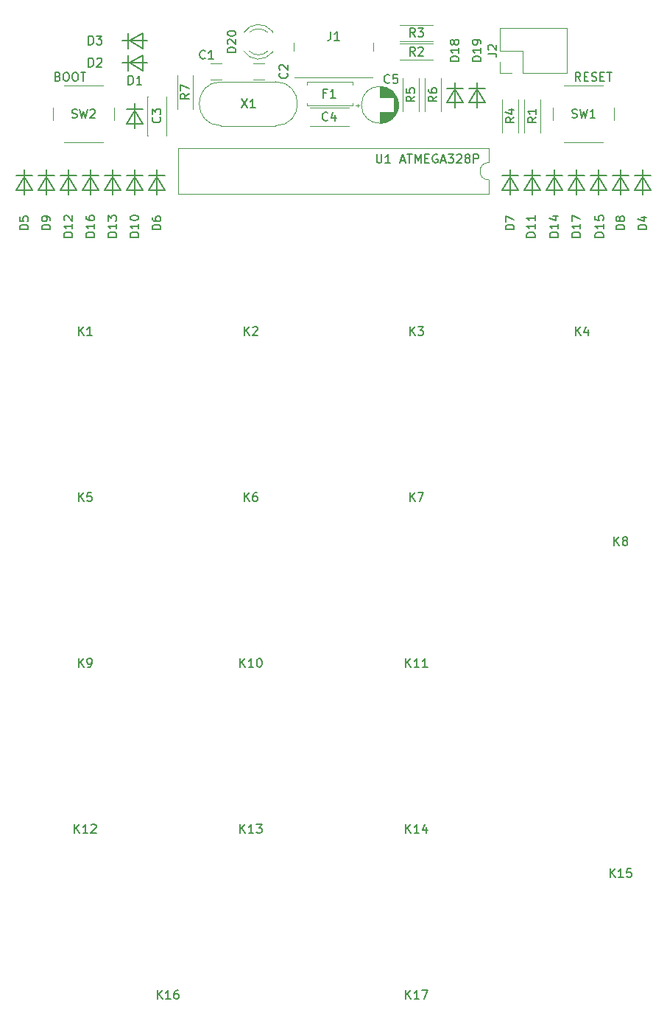
<source format=gto>
%TF.GenerationSoftware,KiCad,Pcbnew,(6.0.2)*%
%TF.CreationDate,2022-03-22T19:34:44-04:00*%
%TF.ProjectId,RYCpad_pcb,52594370-6164-45f7-9063-622e6b696361,rev?*%
%TF.SameCoordinates,Original*%
%TF.FileFunction,Legend,Top*%
%TF.FilePolarity,Positive*%
%FSLAX46Y46*%
G04 Gerber Fmt 4.6, Leading zero omitted, Abs format (unit mm)*
G04 Created by KiCad (PCBNEW (6.0.2)) date 2022-03-22 19:34:44*
%MOMM*%
%LPD*%
G01*
G04 APERTURE LIST*
%ADD10C,0.150000*%
%ADD11C,0.120000*%
%ADD12C,3.048000*%
%ADD13C,3.987800*%
%ADD14R,1.600000X1.600000*%
%ADD15O,1.600000X1.600000*%
%ADD16C,1.600000*%
%ADD17C,1.701800*%
%ADD18C,2.286000*%
%ADD19C,1.400000*%
%ADD20O,1.400000X1.400000*%
%ADD21C,4.400000*%
%ADD22C,2.000000*%
%ADD23R,1.700000X1.700000*%
%ADD24O,1.700000X1.700000*%
%ADD25O,0.650000X1.000000*%
%ADD26O,0.900000X2.400000*%
%ADD27O,0.900000X1.700000*%
%ADD28C,1.500000*%
%ADD29R,1.200000X1.200000*%
%ADD30C,1.200000*%
%ADD31R,1.800000X1.800000*%
%ADD32C,1.800000*%
G04 APERTURE END LIST*
D10*
X28392619Y52887619D02*
X28059285Y53363809D01*
X27821190Y52887619D02*
X27821190Y53887619D01*
X28202142Y53887619D01*
X28297380Y53840000D01*
X28345000Y53792380D01*
X28392619Y53697142D01*
X28392619Y53554285D01*
X28345000Y53459047D01*
X28297380Y53411428D01*
X28202142Y53363809D01*
X27821190Y53363809D01*
X28821190Y53411428D02*
X29154523Y53411428D01*
X29297380Y52887619D02*
X28821190Y52887619D01*
X28821190Y53887619D01*
X29297380Y53887619D01*
X29678333Y52935238D02*
X29821190Y52887619D01*
X30059285Y52887619D01*
X30154523Y52935238D01*
X30202142Y52982857D01*
X30249761Y53078095D01*
X30249761Y53173333D01*
X30202142Y53268571D01*
X30154523Y53316190D01*
X30059285Y53363809D01*
X29868809Y53411428D01*
X29773571Y53459047D01*
X29725952Y53506666D01*
X29678333Y53601904D01*
X29678333Y53697142D01*
X29725952Y53792380D01*
X29773571Y53840000D01*
X29868809Y53887619D01*
X30106904Y53887619D01*
X30249761Y53840000D01*
X30678333Y53411428D02*
X31011666Y53411428D01*
X31154523Y52887619D02*
X30678333Y52887619D01*
X30678333Y53887619D01*
X31154523Y53887619D01*
X31440238Y53887619D02*
X32011666Y53887619D01*
X31725952Y52887619D02*
X31725952Y53887619D01*
X-31710142Y53411428D02*
X-31567285Y53363809D01*
X-31519666Y53316190D01*
X-31472047Y53220952D01*
X-31472047Y53078095D01*
X-31519666Y52982857D01*
X-31567285Y52935238D01*
X-31662523Y52887619D01*
X-32043476Y52887619D01*
X-32043476Y53887619D01*
X-31710142Y53887619D01*
X-31614904Y53840000D01*
X-31567285Y53792380D01*
X-31519666Y53697142D01*
X-31519666Y53601904D01*
X-31567285Y53506666D01*
X-31614904Y53459047D01*
X-31710142Y53411428D01*
X-32043476Y53411428D01*
X-30853000Y53887619D02*
X-30662523Y53887619D01*
X-30567285Y53840000D01*
X-30472047Y53744761D01*
X-30424428Y53554285D01*
X-30424428Y53220952D01*
X-30472047Y53030476D01*
X-30567285Y52935238D01*
X-30662523Y52887619D01*
X-30853000Y52887619D01*
X-30948238Y52935238D01*
X-31043476Y53030476D01*
X-31091095Y53220952D01*
X-31091095Y53554285D01*
X-31043476Y53744761D01*
X-30948238Y53840000D01*
X-30853000Y53887619D01*
X-29805380Y53887619D02*
X-29614904Y53887619D01*
X-29519666Y53840000D01*
X-29424428Y53744761D01*
X-29376809Y53554285D01*
X-29376809Y53220952D01*
X-29424428Y53030476D01*
X-29519666Y52935238D01*
X-29614904Y52887619D01*
X-29805380Y52887619D01*
X-29900619Y52935238D01*
X-29995857Y53030476D01*
X-30043476Y53220952D01*
X-30043476Y53554285D01*
X-29995857Y53744761D01*
X-29900619Y53840000D01*
X-29805380Y53887619D01*
X-29091095Y53887619D02*
X-28519666Y53887619D01*
X-28805380Y52887619D02*
X-28805380Y53887619D01*
X7692000Y43775333D02*
X8168190Y43775333D01*
X7596761Y43489619D02*
X7930095Y44489619D01*
X8263428Y43489619D01*
X8453904Y44489619D02*
X9025333Y44489619D01*
X8739619Y43489619D02*
X8739619Y44489619D01*
X9358666Y43489619D02*
X9358666Y44489619D01*
X9692000Y43775333D01*
X10025333Y44489619D01*
X10025333Y43489619D01*
X10501523Y44013428D02*
X10834857Y44013428D01*
X10977714Y43489619D02*
X10501523Y43489619D01*
X10501523Y44489619D01*
X10977714Y44489619D01*
X11930095Y44442000D02*
X11834857Y44489619D01*
X11692000Y44489619D01*
X11549142Y44442000D01*
X11453904Y44346761D01*
X11406285Y44251523D01*
X11358666Y44061047D01*
X11358666Y43918190D01*
X11406285Y43727714D01*
X11453904Y43632476D01*
X11549142Y43537238D01*
X11692000Y43489619D01*
X11787238Y43489619D01*
X11930095Y43537238D01*
X11977714Y43584857D01*
X11977714Y43918190D01*
X11787238Y43918190D01*
X12358666Y43775333D02*
X12834857Y43775333D01*
X12263428Y43489619D02*
X12596761Y44489619D01*
X12930095Y43489619D01*
X13168190Y44489619D02*
X13787238Y44489619D01*
X13453904Y44108666D01*
X13596761Y44108666D01*
X13692000Y44061047D01*
X13739619Y44013428D01*
X13787238Y43918190D01*
X13787238Y43680095D01*
X13739619Y43584857D01*
X13692000Y43537238D01*
X13596761Y43489619D01*
X13311047Y43489619D01*
X13215809Y43537238D01*
X13168190Y43584857D01*
X14168190Y44394380D02*
X14215809Y44442000D01*
X14311047Y44489619D01*
X14549142Y44489619D01*
X14644380Y44442000D01*
X14692000Y44394380D01*
X14739619Y44299142D01*
X14739619Y44203904D01*
X14692000Y44061047D01*
X14120571Y43489619D01*
X14739619Y43489619D01*
X15311047Y44061047D02*
X15215809Y44108666D01*
X15168190Y44156285D01*
X15120571Y44251523D01*
X15120571Y44299142D01*
X15168190Y44394380D01*
X15215809Y44442000D01*
X15311047Y44489619D01*
X15501523Y44489619D01*
X15596761Y44442000D01*
X15644380Y44394380D01*
X15692000Y44299142D01*
X15692000Y44251523D01*
X15644380Y44156285D01*
X15596761Y44108666D01*
X15501523Y44061047D01*
X15311047Y44061047D01*
X15215809Y44013428D01*
X15168190Y43965809D01*
X15120571Y43870571D01*
X15120571Y43680095D01*
X15168190Y43584857D01*
X15215809Y43537238D01*
X15311047Y43489619D01*
X15501523Y43489619D01*
X15596761Y43537238D01*
X15644380Y43584857D01*
X15692000Y43680095D01*
X15692000Y43870571D01*
X15644380Y43965809D01*
X15596761Y44013428D01*
X15501523Y44061047D01*
X16120571Y43489619D02*
X16120571Y44489619D01*
X16501523Y44489619D01*
X16596761Y44442000D01*
X16644380Y44394380D01*
X16692000Y44299142D01*
X16692000Y44156285D01*
X16644380Y44061047D01*
X16596761Y44013428D01*
X16501523Y43965809D01*
X16120571Y43965809D01*
X4953095Y44489619D02*
X4953095Y43680095D01*
X5000714Y43584857D01*
X5048333Y43537238D01*
X5143571Y43489619D01*
X5334047Y43489619D01*
X5429285Y43537238D01*
X5476904Y43584857D01*
X5524523Y43680095D01*
X5524523Y44489619D01*
X6524523Y43489619D02*
X5953095Y43489619D01*
X6238809Y43489619D02*
X6238809Y44489619D01*
X6143571Y44346761D01*
X6048333Y44251523D01*
X5953095Y44203904D01*
X-23598095Y52506619D02*
X-23598095Y53506619D01*
X-23360000Y53506619D01*
X-23217142Y53459000D01*
X-23121904Y53363761D01*
X-23074285Y53268523D01*
X-23026666Y53078047D01*
X-23026666Y52935190D01*
X-23074285Y52744714D01*
X-23121904Y52649476D01*
X-23217142Y52554238D01*
X-23360000Y52506619D01*
X-23598095Y52506619D01*
X-22074285Y52506619D02*
X-22645714Y52506619D01*
X-22360000Y52506619D02*
X-22360000Y53506619D01*
X-22455238Y53363761D01*
X-22550476Y53268523D01*
X-22645714Y53220904D01*
X-28170095Y54538619D02*
X-28170095Y55538619D01*
X-27932000Y55538619D01*
X-27789142Y55491000D01*
X-27693904Y55395761D01*
X-27646285Y55300523D01*
X-27598666Y55110047D01*
X-27598666Y54967190D01*
X-27646285Y54776714D01*
X-27693904Y54681476D01*
X-27789142Y54586238D01*
X-27932000Y54538619D01*
X-28170095Y54538619D01*
X-27217714Y55443380D02*
X-27170095Y55491000D01*
X-27074857Y55538619D01*
X-26836761Y55538619D01*
X-26741523Y55491000D01*
X-26693904Y55443380D01*
X-26646285Y55348142D01*
X-26646285Y55252904D01*
X-26693904Y55110047D01*
X-27265333Y54538619D01*
X-26646285Y54538619D01*
X-28170095Y57078619D02*
X-28170095Y58078619D01*
X-27932000Y58078619D01*
X-27789142Y58031000D01*
X-27693904Y57935761D01*
X-27646285Y57840523D01*
X-27598666Y57650047D01*
X-27598666Y57507190D01*
X-27646285Y57316714D01*
X-27693904Y57221476D01*
X-27789142Y57126238D01*
X-27932000Y57078619D01*
X-28170095Y57078619D01*
X-27265333Y58078619D02*
X-26646285Y58078619D01*
X-26979619Y57697666D01*
X-26836761Y57697666D01*
X-26741523Y57650047D01*
X-26693904Y57602428D01*
X-26646285Y57507190D01*
X-26646285Y57269095D01*
X-26693904Y57173857D01*
X-26741523Y57126238D01*
X-26836761Y57078619D01*
X-27122476Y57078619D01*
X-27217714Y57126238D01*
X-27265333Y57173857D01*
X36012380Y35837904D02*
X35012380Y35837904D01*
X35012380Y36076000D01*
X35060000Y36218857D01*
X35155238Y36314095D01*
X35250476Y36361714D01*
X35440952Y36409333D01*
X35583809Y36409333D01*
X35774285Y36361714D01*
X35869523Y36314095D01*
X35964761Y36218857D01*
X36012380Y36076000D01*
X36012380Y35837904D01*
X35345714Y37266476D02*
X36012380Y37266476D01*
X34964761Y37028380D02*
X35679047Y36790285D01*
X35679047Y37409333D01*
X-35107619Y35837904D02*
X-36107619Y35837904D01*
X-36107619Y36076000D01*
X-36060000Y36218857D01*
X-35964761Y36314095D01*
X-35869523Y36361714D01*
X-35679047Y36409333D01*
X-35536190Y36409333D01*
X-35345714Y36361714D01*
X-35250476Y36314095D01*
X-35155238Y36218857D01*
X-35107619Y36076000D01*
X-35107619Y35837904D01*
X-36107619Y37314095D02*
X-36107619Y36837904D01*
X-35631428Y36790285D01*
X-35679047Y36837904D01*
X-35726666Y36933142D01*
X-35726666Y37171238D01*
X-35679047Y37266476D01*
X-35631428Y37314095D01*
X-35536190Y37361714D01*
X-35298095Y37361714D01*
X-35202857Y37314095D01*
X-35155238Y37266476D01*
X-35107619Y37171238D01*
X-35107619Y36933142D01*
X-35155238Y36837904D01*
X-35202857Y36790285D01*
X-19867619Y35837904D02*
X-20867619Y35837904D01*
X-20867619Y36076000D01*
X-20820000Y36218857D01*
X-20724761Y36314095D01*
X-20629523Y36361714D01*
X-20439047Y36409333D01*
X-20296190Y36409333D01*
X-20105714Y36361714D01*
X-20010476Y36314095D01*
X-19915238Y36218857D01*
X-19867619Y36076000D01*
X-19867619Y35837904D01*
X-20867619Y37266476D02*
X-20867619Y37076000D01*
X-20820000Y36980761D01*
X-20772380Y36933142D01*
X-20629523Y36837904D01*
X-20439047Y36790285D01*
X-20058095Y36790285D01*
X-19962857Y36837904D01*
X-19915238Y36885523D01*
X-19867619Y36980761D01*
X-19867619Y37171238D01*
X-19915238Y37266476D01*
X-19962857Y37314095D01*
X-20058095Y37361714D01*
X-20296190Y37361714D01*
X-20391428Y37314095D01*
X-20439047Y37266476D01*
X-20486666Y37171238D01*
X-20486666Y36980761D01*
X-20439047Y36885523D01*
X-20391428Y36837904D01*
X-20296190Y36790285D01*
X-22407619Y34980714D02*
X-23407619Y34980714D01*
X-23407619Y35218809D01*
X-23360000Y35361666D01*
X-23264761Y35456904D01*
X-23169523Y35504523D01*
X-22979047Y35552142D01*
X-22836190Y35552142D01*
X-22645714Y35504523D01*
X-22550476Y35456904D01*
X-22455238Y35361666D01*
X-22407619Y35218809D01*
X-22407619Y34980714D01*
X-22407619Y36504523D02*
X-22407619Y35933095D01*
X-22407619Y36218809D02*
X-23407619Y36218809D01*
X-23264761Y36123571D01*
X-23169523Y36028333D01*
X-23121904Y35933095D01*
X-23407619Y37123571D02*
X-23407619Y37218809D01*
X-23360000Y37314047D01*
X-23312380Y37361666D01*
X-23217142Y37409285D01*
X-23026666Y37456904D01*
X-22788571Y37456904D01*
X-22598095Y37409285D01*
X-22502857Y37361666D01*
X-22455238Y37314047D01*
X-22407619Y37218809D01*
X-22407619Y37123571D01*
X-22455238Y37028333D01*
X-22502857Y36980714D01*
X-22598095Y36933095D01*
X-22788571Y36885476D01*
X-23026666Y36885476D01*
X-23217142Y36933095D01*
X-23312380Y36980714D01*
X-23360000Y37028333D01*
X-23407619Y37123571D01*
X23185380Y34980714D02*
X22185380Y34980714D01*
X22185380Y35218809D01*
X22233000Y35361666D01*
X22328238Y35456904D01*
X22423476Y35504523D01*
X22613952Y35552142D01*
X22756809Y35552142D01*
X22947285Y35504523D01*
X23042523Y35456904D01*
X23137761Y35361666D01*
X23185380Y35218809D01*
X23185380Y34980714D01*
X23185380Y36504523D02*
X23185380Y35933095D01*
X23185380Y36218809D02*
X22185380Y36218809D01*
X22328238Y36123571D01*
X22423476Y36028333D01*
X22471095Y35933095D01*
X23185380Y37456904D02*
X23185380Y36885476D01*
X23185380Y37171190D02*
X22185380Y37171190D01*
X22328238Y37075952D01*
X22423476Y36980714D01*
X22471095Y36885476D01*
X-30027619Y34980714D02*
X-31027619Y34980714D01*
X-31027619Y35218809D01*
X-30980000Y35361666D01*
X-30884761Y35456904D01*
X-30789523Y35504523D01*
X-30599047Y35552142D01*
X-30456190Y35552142D01*
X-30265714Y35504523D01*
X-30170476Y35456904D01*
X-30075238Y35361666D01*
X-30027619Y35218809D01*
X-30027619Y34980714D01*
X-30027619Y36504523D02*
X-30027619Y35933095D01*
X-30027619Y36218809D02*
X-31027619Y36218809D01*
X-30884761Y36123571D01*
X-30789523Y36028333D01*
X-30741904Y35933095D01*
X-30932380Y36885476D02*
X-30980000Y36933095D01*
X-31027619Y37028333D01*
X-31027619Y37266428D01*
X-30980000Y37361666D01*
X-30932380Y37409285D01*
X-30837142Y37456904D01*
X-30741904Y37456904D01*
X-30599047Y37409285D01*
X-30027619Y36837857D01*
X-30027619Y37456904D01*
X-24947619Y34980714D02*
X-25947619Y34980714D01*
X-25947619Y35218809D01*
X-25900000Y35361666D01*
X-25804761Y35456904D01*
X-25709523Y35504523D01*
X-25519047Y35552142D01*
X-25376190Y35552142D01*
X-25185714Y35504523D01*
X-25090476Y35456904D01*
X-24995238Y35361666D01*
X-24947619Y35218809D01*
X-24947619Y34980714D01*
X-24947619Y36504523D02*
X-24947619Y35933095D01*
X-24947619Y36218809D02*
X-25947619Y36218809D01*
X-25804761Y36123571D01*
X-25709523Y36028333D01*
X-25661904Y35933095D01*
X-25947619Y36837857D02*
X-25947619Y37456904D01*
X-25566666Y37123571D01*
X-25566666Y37266428D01*
X-25519047Y37361666D01*
X-25471428Y37409285D01*
X-25376190Y37456904D01*
X-25138095Y37456904D01*
X-25042857Y37409285D01*
X-24995238Y37361666D01*
X-24947619Y37266428D01*
X-24947619Y36980714D01*
X-24995238Y36885476D01*
X-25042857Y36837857D01*
X25852380Y34980714D02*
X24852380Y34980714D01*
X24852380Y35218809D01*
X24900000Y35361666D01*
X24995238Y35456904D01*
X25090476Y35504523D01*
X25280952Y35552142D01*
X25423809Y35552142D01*
X25614285Y35504523D01*
X25709523Y35456904D01*
X25804761Y35361666D01*
X25852380Y35218809D01*
X25852380Y34980714D01*
X25852380Y36504523D02*
X25852380Y35933095D01*
X25852380Y36218809D02*
X24852380Y36218809D01*
X24995238Y36123571D01*
X25090476Y36028333D01*
X25138095Y35933095D01*
X25185714Y37361666D02*
X25852380Y37361666D01*
X24804761Y37123571D02*
X25519047Y36885476D01*
X25519047Y37504523D01*
X31059380Y34980714D02*
X30059380Y34980714D01*
X30059380Y35218809D01*
X30107000Y35361666D01*
X30202238Y35456904D01*
X30297476Y35504523D01*
X30487952Y35552142D01*
X30630809Y35552142D01*
X30821285Y35504523D01*
X30916523Y35456904D01*
X31011761Y35361666D01*
X31059380Y35218809D01*
X31059380Y34980714D01*
X31059380Y36504523D02*
X31059380Y35933095D01*
X31059380Y36218809D02*
X30059380Y36218809D01*
X30202238Y36123571D01*
X30297476Y36028333D01*
X30345095Y35933095D01*
X30059380Y37409285D02*
X30059380Y36933095D01*
X30535571Y36885476D01*
X30487952Y36933095D01*
X30440333Y37028333D01*
X30440333Y37266428D01*
X30487952Y37361666D01*
X30535571Y37409285D01*
X30630809Y37456904D01*
X30868904Y37456904D01*
X30964142Y37409285D01*
X31011761Y37361666D01*
X31059380Y37266428D01*
X31059380Y37028333D01*
X31011761Y36933095D01*
X30964142Y36885476D01*
X-27487619Y34980714D02*
X-28487619Y34980714D01*
X-28487619Y35218809D01*
X-28440000Y35361666D01*
X-28344761Y35456904D01*
X-28249523Y35504523D01*
X-28059047Y35552142D01*
X-27916190Y35552142D01*
X-27725714Y35504523D01*
X-27630476Y35456904D01*
X-27535238Y35361666D01*
X-27487619Y35218809D01*
X-27487619Y34980714D01*
X-27487619Y36504523D02*
X-27487619Y35933095D01*
X-27487619Y36218809D02*
X-28487619Y36218809D01*
X-28344761Y36123571D01*
X-28249523Y36028333D01*
X-28201904Y35933095D01*
X-28487619Y37361666D02*
X-28487619Y37171190D01*
X-28440000Y37075952D01*
X-28392380Y37028333D01*
X-28249523Y36933095D01*
X-28059047Y36885476D01*
X-27678095Y36885476D01*
X-27582857Y36933095D01*
X-27535238Y36980714D01*
X-27487619Y37075952D01*
X-27487619Y37266428D01*
X-27535238Y37361666D01*
X-27582857Y37409285D01*
X-27678095Y37456904D01*
X-27916190Y37456904D01*
X-28011428Y37409285D01*
X-28059047Y37361666D01*
X-28106666Y37266428D01*
X-28106666Y37075952D01*
X-28059047Y36980714D01*
X-28011428Y36933095D01*
X-27916190Y36885476D01*
X28392380Y34980714D02*
X27392380Y34980714D01*
X27392380Y35218809D01*
X27440000Y35361666D01*
X27535238Y35456904D01*
X27630476Y35504523D01*
X27820952Y35552142D01*
X27963809Y35552142D01*
X28154285Y35504523D01*
X28249523Y35456904D01*
X28344761Y35361666D01*
X28392380Y35218809D01*
X28392380Y34980714D01*
X28392380Y36504523D02*
X28392380Y35933095D01*
X28392380Y36218809D02*
X27392380Y36218809D01*
X27535238Y36123571D01*
X27630476Y36028333D01*
X27678095Y35933095D01*
X27392380Y36837857D02*
X27392380Y37504523D01*
X28392380Y37075952D01*
X-29313095Y23677619D02*
X-29313095Y24677619D01*
X-28741666Y23677619D02*
X-29170238Y24249047D01*
X-28741666Y24677619D02*
X-29313095Y24106190D01*
X-27789285Y23677619D02*
X-28360714Y23677619D01*
X-28075000Y23677619D02*
X-28075000Y24677619D01*
X-28170238Y24534761D01*
X-28265476Y24439523D01*
X-28360714Y24391904D01*
X-10263095Y23677619D02*
X-10263095Y24677619D01*
X-9691666Y23677619D02*
X-10120238Y24249047D01*
X-9691666Y24677619D02*
X-10263095Y24106190D01*
X-9310714Y24582380D02*
X-9263095Y24630000D01*
X-9167857Y24677619D01*
X-8929761Y24677619D01*
X-8834523Y24630000D01*
X-8786904Y24582380D01*
X-8739285Y24487142D01*
X-8739285Y24391904D01*
X-8786904Y24249047D01*
X-9358333Y23677619D01*
X-8739285Y23677619D01*
X8786904Y23677619D02*
X8786904Y24677619D01*
X9358333Y23677619D02*
X8929761Y24249047D01*
X9358333Y24677619D02*
X8786904Y24106190D01*
X9691666Y24677619D02*
X10310714Y24677619D01*
X9977380Y24296666D01*
X10120238Y24296666D01*
X10215476Y24249047D01*
X10263095Y24201428D01*
X10310714Y24106190D01*
X10310714Y23868095D01*
X10263095Y23772857D01*
X10215476Y23725238D01*
X10120238Y23677619D01*
X9834523Y23677619D01*
X9739285Y23725238D01*
X9691666Y23772857D01*
X27836904Y23677619D02*
X27836904Y24677619D01*
X28408333Y23677619D02*
X27979761Y24249047D01*
X28408333Y24677619D02*
X27836904Y24106190D01*
X29265476Y24344285D02*
X29265476Y23677619D01*
X29027380Y24725238D02*
X28789285Y24010952D01*
X29408333Y24010952D01*
X-29313095Y4627619D02*
X-29313095Y5627619D01*
X-28741666Y4627619D02*
X-29170238Y5199047D01*
X-28741666Y5627619D02*
X-29313095Y5056190D01*
X-27836904Y5627619D02*
X-28313095Y5627619D01*
X-28360714Y5151428D01*
X-28313095Y5199047D01*
X-28217857Y5246666D01*
X-27979761Y5246666D01*
X-27884523Y5199047D01*
X-27836904Y5151428D01*
X-27789285Y5056190D01*
X-27789285Y4818095D01*
X-27836904Y4722857D01*
X-27884523Y4675238D01*
X-27979761Y4627619D01*
X-28217857Y4627619D01*
X-28313095Y4675238D01*
X-28360714Y4722857D01*
X-10263095Y4627619D02*
X-10263095Y5627619D01*
X-9691666Y4627619D02*
X-10120238Y5199047D01*
X-9691666Y5627619D02*
X-10263095Y5056190D01*
X-8834523Y5627619D02*
X-9025000Y5627619D01*
X-9120238Y5580000D01*
X-9167857Y5532380D01*
X-9263095Y5389523D01*
X-9310714Y5199047D01*
X-9310714Y4818095D01*
X-9263095Y4722857D01*
X-9215476Y4675238D01*
X-9120238Y4627619D01*
X-8929761Y4627619D01*
X-8834523Y4675238D01*
X-8786904Y4722857D01*
X-8739285Y4818095D01*
X-8739285Y5056190D01*
X-8786904Y5151428D01*
X-8834523Y5199047D01*
X-8929761Y5246666D01*
X-9120238Y5246666D01*
X-9215476Y5199047D01*
X-9263095Y5151428D01*
X-9310714Y5056190D01*
X8786904Y4627619D02*
X8786904Y5627619D01*
X9358333Y4627619D02*
X8929761Y5199047D01*
X9358333Y5627619D02*
X8786904Y5056190D01*
X9691666Y5627619D02*
X10358333Y5627619D01*
X9929761Y4627619D01*
X32281904Y-452380D02*
X32281904Y547619D01*
X32853333Y-452380D02*
X32424761Y119047D01*
X32853333Y547619D02*
X32281904Y-23809D01*
X33424761Y119047D02*
X33329523Y166666D01*
X33281904Y214285D01*
X33234285Y309523D01*
X33234285Y357142D01*
X33281904Y452380D01*
X33329523Y500000D01*
X33424761Y547619D01*
X33615238Y547619D01*
X33710476Y500000D01*
X33758095Y452380D01*
X33805714Y357142D01*
X33805714Y309523D01*
X33758095Y214285D01*
X33710476Y166666D01*
X33615238Y119047D01*
X33424761Y119047D01*
X33329523Y71428D01*
X33281904Y23809D01*
X33234285Y-71428D01*
X33234285Y-261904D01*
X33281904Y-357142D01*
X33329523Y-404761D01*
X33424761Y-452380D01*
X33615238Y-452380D01*
X33710476Y-404761D01*
X33758095Y-357142D01*
X33805714Y-261904D01*
X33805714Y-71428D01*
X33758095Y23809D01*
X33710476Y71428D01*
X33615238Y119047D01*
X-29313095Y-14422380D02*
X-29313095Y-13422380D01*
X-28741666Y-14422380D02*
X-29170238Y-13850952D01*
X-28741666Y-13422380D02*
X-29313095Y-13993809D01*
X-28265476Y-14422380D02*
X-28075000Y-14422380D01*
X-27979761Y-14374761D01*
X-27932142Y-14327142D01*
X-27836904Y-14184285D01*
X-27789285Y-13993809D01*
X-27789285Y-13612857D01*
X-27836904Y-13517619D01*
X-27884523Y-13470000D01*
X-27979761Y-13422380D01*
X-28170238Y-13422380D01*
X-28265476Y-13470000D01*
X-28313095Y-13517619D01*
X-28360714Y-13612857D01*
X-28360714Y-13850952D01*
X-28313095Y-13946190D01*
X-28265476Y-13993809D01*
X-28170238Y-14041428D01*
X-27979761Y-14041428D01*
X-27884523Y-13993809D01*
X-27836904Y-13946190D01*
X-27789285Y-13850952D01*
X-10739285Y-14422380D02*
X-10739285Y-13422380D01*
X-10167857Y-14422380D02*
X-10596428Y-13850952D01*
X-10167857Y-13422380D02*
X-10739285Y-13993809D01*
X-9215476Y-14422380D02*
X-9786904Y-14422380D01*
X-9501190Y-14422380D02*
X-9501190Y-13422380D01*
X-9596428Y-13565238D01*
X-9691666Y-13660476D01*
X-9786904Y-13708095D01*
X-8596428Y-13422380D02*
X-8501190Y-13422380D01*
X-8405952Y-13470000D01*
X-8358333Y-13517619D01*
X-8310714Y-13612857D01*
X-8263095Y-13803333D01*
X-8263095Y-14041428D01*
X-8310714Y-14231904D01*
X-8358333Y-14327142D01*
X-8405952Y-14374761D01*
X-8501190Y-14422380D01*
X-8596428Y-14422380D01*
X-8691666Y-14374761D01*
X-8739285Y-14327142D01*
X-8786904Y-14231904D01*
X-8834523Y-14041428D01*
X-8834523Y-13803333D01*
X-8786904Y-13612857D01*
X-8739285Y-13517619D01*
X-8691666Y-13470000D01*
X-8596428Y-13422380D01*
X8310714Y-14422380D02*
X8310714Y-13422380D01*
X8882142Y-14422380D02*
X8453571Y-13850952D01*
X8882142Y-13422380D02*
X8310714Y-13993809D01*
X9834523Y-14422380D02*
X9263095Y-14422380D01*
X9548809Y-14422380D02*
X9548809Y-13422380D01*
X9453571Y-13565238D01*
X9358333Y-13660476D01*
X9263095Y-13708095D01*
X10786904Y-14422380D02*
X10215476Y-14422380D01*
X10501190Y-14422380D02*
X10501190Y-13422380D01*
X10405952Y-13565238D01*
X10310714Y-13660476D01*
X10215476Y-13708095D01*
X-29789285Y-33472380D02*
X-29789285Y-32472380D01*
X-29217857Y-33472380D02*
X-29646428Y-32900952D01*
X-29217857Y-32472380D02*
X-29789285Y-33043809D01*
X-28265476Y-33472380D02*
X-28836904Y-33472380D01*
X-28551190Y-33472380D02*
X-28551190Y-32472380D01*
X-28646428Y-32615238D01*
X-28741666Y-32710476D01*
X-28836904Y-32758095D01*
X-27884523Y-32567619D02*
X-27836904Y-32520000D01*
X-27741666Y-32472380D01*
X-27503571Y-32472380D01*
X-27408333Y-32520000D01*
X-27360714Y-32567619D01*
X-27313095Y-32662857D01*
X-27313095Y-32758095D01*
X-27360714Y-32900952D01*
X-27932142Y-33472380D01*
X-27313095Y-33472380D01*
X-10739285Y-33472380D02*
X-10739285Y-32472380D01*
X-10167857Y-33472380D02*
X-10596428Y-32900952D01*
X-10167857Y-32472380D02*
X-10739285Y-33043809D01*
X-9215476Y-33472380D02*
X-9786904Y-33472380D01*
X-9501190Y-33472380D02*
X-9501190Y-32472380D01*
X-9596428Y-32615238D01*
X-9691666Y-32710476D01*
X-9786904Y-32758095D01*
X-8882142Y-32472380D02*
X-8263095Y-32472380D01*
X-8596428Y-32853333D01*
X-8453571Y-32853333D01*
X-8358333Y-32900952D01*
X-8310714Y-32948571D01*
X-8263095Y-33043809D01*
X-8263095Y-33281904D01*
X-8310714Y-33377142D01*
X-8358333Y-33424761D01*
X-8453571Y-33472380D01*
X-8739285Y-33472380D01*
X-8834523Y-33424761D01*
X-8882142Y-33377142D01*
X8310714Y-33472380D02*
X8310714Y-32472380D01*
X8882142Y-33472380D02*
X8453571Y-32900952D01*
X8882142Y-32472380D02*
X8310714Y-33043809D01*
X9834523Y-33472380D02*
X9263095Y-33472380D01*
X9548809Y-33472380D02*
X9548809Y-32472380D01*
X9453571Y-32615238D01*
X9358333Y-32710476D01*
X9263095Y-32758095D01*
X10691666Y-32805714D02*
X10691666Y-33472380D01*
X10453571Y-32424761D02*
X10215476Y-33139047D01*
X10834523Y-33139047D01*
X31805714Y-38552380D02*
X31805714Y-37552380D01*
X32377142Y-38552380D02*
X31948571Y-37980952D01*
X32377142Y-37552380D02*
X31805714Y-38123809D01*
X33329523Y-38552380D02*
X32758095Y-38552380D01*
X33043809Y-38552380D02*
X33043809Y-37552380D01*
X32948571Y-37695238D01*
X32853333Y-37790476D01*
X32758095Y-37838095D01*
X34234285Y-37552380D02*
X33758095Y-37552380D01*
X33710476Y-38028571D01*
X33758095Y-37980952D01*
X33853333Y-37933333D01*
X34091428Y-37933333D01*
X34186666Y-37980952D01*
X34234285Y-38028571D01*
X34281904Y-38123809D01*
X34281904Y-38361904D01*
X34234285Y-38457142D01*
X34186666Y-38504761D01*
X34091428Y-38552380D01*
X33853333Y-38552380D01*
X33758095Y-38504761D01*
X33710476Y-38457142D01*
X-20264285Y-52522380D02*
X-20264285Y-51522380D01*
X-19692857Y-52522380D02*
X-20121428Y-51950952D01*
X-19692857Y-51522380D02*
X-20264285Y-52093809D01*
X-18740476Y-52522380D02*
X-19311904Y-52522380D01*
X-19026190Y-52522380D02*
X-19026190Y-51522380D01*
X-19121428Y-51665238D01*
X-19216666Y-51760476D01*
X-19311904Y-51808095D01*
X-17883333Y-51522380D02*
X-18073809Y-51522380D01*
X-18169047Y-51570000D01*
X-18216666Y-51617619D01*
X-18311904Y-51760476D01*
X-18359523Y-51950952D01*
X-18359523Y-52331904D01*
X-18311904Y-52427142D01*
X-18264285Y-52474761D01*
X-18169047Y-52522380D01*
X-17978571Y-52522380D01*
X-17883333Y-52474761D01*
X-17835714Y-52427142D01*
X-17788095Y-52331904D01*
X-17788095Y-52093809D01*
X-17835714Y-51998571D01*
X-17883333Y-51950952D01*
X-17978571Y-51903333D01*
X-18169047Y-51903333D01*
X-18264285Y-51950952D01*
X-18311904Y-51998571D01*
X-18359523Y-52093809D01*
X8310714Y-52522380D02*
X8310714Y-51522380D01*
X8882142Y-52522380D02*
X8453571Y-51950952D01*
X8882142Y-51522380D02*
X8310714Y-52093809D01*
X9834523Y-52522380D02*
X9263095Y-52522380D01*
X9548809Y-52522380D02*
X9548809Y-51522380D01*
X9453571Y-51665238D01*
X9358333Y-51760476D01*
X9263095Y-51808095D01*
X10167857Y-51522380D02*
X10834523Y-51522380D01*
X10405952Y-52522380D01*
X23312380Y48728333D02*
X22836190Y48395000D01*
X23312380Y48156904D02*
X22312380Y48156904D01*
X22312380Y48537857D01*
X22360000Y48633095D01*
X22407619Y48680714D01*
X22502857Y48728333D01*
X22645714Y48728333D01*
X22740952Y48680714D01*
X22788571Y48633095D01*
X22836190Y48537857D01*
X22836190Y48156904D01*
X23312380Y49680714D02*
X23312380Y49109285D01*
X23312380Y49395000D02*
X22312380Y49395000D01*
X22455238Y49299761D01*
X22550476Y49204523D01*
X22598095Y49109285D01*
X9358333Y55808619D02*
X9025000Y56284809D01*
X8786904Y55808619D02*
X8786904Y56808619D01*
X9167857Y56808619D01*
X9263095Y56761000D01*
X9310714Y56713380D01*
X9358333Y56618142D01*
X9358333Y56475285D01*
X9310714Y56380047D01*
X9263095Y56332428D01*
X9167857Y56284809D01*
X8786904Y56284809D01*
X9739285Y56713380D02*
X9786904Y56761000D01*
X9882142Y56808619D01*
X10120238Y56808619D01*
X10215476Y56761000D01*
X10263095Y56713380D01*
X10310714Y56618142D01*
X10310714Y56522904D01*
X10263095Y56380047D01*
X9691666Y55808619D01*
X10310714Y55808619D01*
X9358333Y57967619D02*
X9025000Y58443809D01*
X8786904Y57967619D02*
X8786904Y58967619D01*
X9167857Y58967619D01*
X9263095Y58920000D01*
X9310714Y58872380D01*
X9358333Y58777142D01*
X9358333Y58634285D01*
X9310714Y58539047D01*
X9263095Y58491428D01*
X9167857Y58443809D01*
X8786904Y58443809D01*
X9691666Y58967619D02*
X10310714Y58967619D01*
X9977380Y58586666D01*
X10120238Y58586666D01*
X10215476Y58539047D01*
X10263095Y58491428D01*
X10310714Y58396190D01*
X10310714Y58158095D01*
X10263095Y58062857D01*
X10215476Y58015238D01*
X10120238Y57967619D01*
X9834523Y57967619D01*
X9739285Y58015238D01*
X9691666Y58062857D01*
X20772380Y48728333D02*
X20296190Y48395000D01*
X20772380Y48156904D02*
X19772380Y48156904D01*
X19772380Y48537857D01*
X19820000Y48633095D01*
X19867619Y48680714D01*
X19962857Y48728333D01*
X20105714Y48728333D01*
X20200952Y48680714D01*
X20248571Y48633095D01*
X20296190Y48537857D01*
X20296190Y48156904D01*
X20105714Y49585476D02*
X20772380Y49585476D01*
X19724761Y49347380D02*
X20439047Y49109285D01*
X20439047Y49728333D01*
X11882380Y51141333D02*
X11406190Y50808000D01*
X11882380Y50569904D02*
X10882380Y50569904D01*
X10882380Y50950857D01*
X10930000Y51046095D01*
X10977619Y51093714D01*
X11072857Y51141333D01*
X11215714Y51141333D01*
X11310952Y51093714D01*
X11358571Y51046095D01*
X11406190Y50950857D01*
X11406190Y50569904D01*
X10882380Y51998476D02*
X10882380Y51808000D01*
X10930000Y51712761D01*
X10977619Y51665142D01*
X11120476Y51569904D01*
X11310952Y51522285D01*
X11691904Y51522285D01*
X11787142Y51569904D01*
X11834761Y51617523D01*
X11882380Y51712761D01*
X11882380Y51903238D01*
X11834761Y51998476D01*
X11787142Y52046095D01*
X11691904Y52093714D01*
X11453809Y52093714D01*
X11358571Y52046095D01*
X11310952Y51998476D01*
X11263333Y51903238D01*
X11263333Y51712761D01*
X11310952Y51617523D01*
X11358571Y51569904D01*
X11453809Y51522285D01*
X14422380Y55173714D02*
X13422380Y55173714D01*
X13422380Y55411809D01*
X13470000Y55554666D01*
X13565238Y55649904D01*
X13660476Y55697523D01*
X13850952Y55745142D01*
X13993809Y55745142D01*
X14184285Y55697523D01*
X14279523Y55649904D01*
X14374761Y55554666D01*
X14422380Y55411809D01*
X14422380Y55173714D01*
X14422380Y56697523D02*
X14422380Y56126095D01*
X14422380Y56411809D02*
X13422380Y56411809D01*
X13565238Y56316571D01*
X13660476Y56221333D01*
X13708095Y56126095D01*
X13850952Y57268952D02*
X13803333Y57173714D01*
X13755714Y57126095D01*
X13660476Y57078476D01*
X13612857Y57078476D01*
X13517619Y57126095D01*
X13470000Y57173714D01*
X13422380Y57268952D01*
X13422380Y57459428D01*
X13470000Y57554666D01*
X13517619Y57602285D01*
X13612857Y57649904D01*
X13660476Y57649904D01*
X13755714Y57602285D01*
X13803333Y57554666D01*
X13850952Y57459428D01*
X13850952Y57268952D01*
X13898571Y57173714D01*
X13946190Y57126095D01*
X14041428Y57078476D01*
X14231904Y57078476D01*
X14327142Y57126095D01*
X14374761Y57173714D01*
X14422380Y57268952D01*
X14422380Y57459428D01*
X14374761Y57554666D01*
X14327142Y57602285D01*
X14231904Y57649904D01*
X14041428Y57649904D01*
X13946190Y57602285D01*
X13898571Y57554666D01*
X13850952Y57459428D01*
X-30086133Y48718838D02*
X-29943276Y48671219D01*
X-29705180Y48671219D01*
X-29609942Y48718838D01*
X-29562323Y48766457D01*
X-29514704Y48861695D01*
X-29514704Y48956933D01*
X-29562323Y49052171D01*
X-29609942Y49099790D01*
X-29705180Y49147409D01*
X-29895657Y49195028D01*
X-29990895Y49242647D01*
X-30038514Y49290266D01*
X-30086133Y49385504D01*
X-30086133Y49480742D01*
X-30038514Y49575980D01*
X-29990895Y49623600D01*
X-29895657Y49671219D01*
X-29657561Y49671219D01*
X-29514704Y49623600D01*
X-29181371Y49671219D02*
X-28943276Y48671219D01*
X-28752800Y49385504D01*
X-28562323Y48671219D01*
X-28324228Y49671219D01*
X-27990895Y49575980D02*
X-27943276Y49623600D01*
X-27848038Y49671219D01*
X-27609942Y49671219D01*
X-27514704Y49623600D01*
X-27467085Y49575980D01*
X-27419466Y49480742D01*
X-27419466Y49385504D01*
X-27467085Y49242647D01*
X-28038514Y48671219D01*
X-27419466Y48671219D01*
X20772380Y35837904D02*
X19772380Y35837904D01*
X19772380Y36076000D01*
X19820000Y36218857D01*
X19915238Y36314095D01*
X20010476Y36361714D01*
X20200952Y36409333D01*
X20343809Y36409333D01*
X20534285Y36361714D01*
X20629523Y36314095D01*
X20724761Y36218857D01*
X20772380Y36076000D01*
X20772380Y35837904D01*
X19772380Y36742666D02*
X19772380Y37409333D01*
X20772380Y36980761D01*
X-19962857Y48728333D02*
X-19915238Y48680714D01*
X-19867619Y48537857D01*
X-19867619Y48442619D01*
X-19915238Y48299761D01*
X-20010476Y48204523D01*
X-20105714Y48156904D01*
X-20296190Y48109285D01*
X-20439047Y48109285D01*
X-20629523Y48156904D01*
X-20724761Y48204523D01*
X-20820000Y48299761D01*
X-20867619Y48442619D01*
X-20867619Y48537857D01*
X-20820000Y48680714D01*
X-20772380Y48728333D01*
X-20867619Y49061666D02*
X-20867619Y49680714D01*
X-20486666Y49347380D01*
X-20486666Y49490238D01*
X-20439047Y49585476D01*
X-20391428Y49633095D01*
X-20296190Y49680714D01*
X-20058095Y49680714D01*
X-19962857Y49633095D01*
X-19915238Y49585476D01*
X-19867619Y49490238D01*
X-19867619Y49204523D01*
X-19915238Y49109285D01*
X-19962857Y49061666D01*
X17740380Y56054666D02*
X18454666Y56054666D01*
X18597523Y56007047D01*
X18692761Y55911809D01*
X18740380Y55768952D01*
X18740380Y55673714D01*
X17835619Y56483238D02*
X17788000Y56530857D01*
X17740380Y56626095D01*
X17740380Y56864190D01*
X17788000Y56959428D01*
X17835619Y57007047D01*
X17930857Y57054666D01*
X18026095Y57054666D01*
X18168952Y57007047D01*
X18740380Y56435619D01*
X18740380Y57054666D01*
X-333333Y58586619D02*
X-333333Y57872333D01*
X-380952Y57729476D01*
X-476190Y57634238D01*
X-619047Y57586619D01*
X-714285Y57586619D01*
X666666Y57586619D02*
X95238Y57586619D01*
X380952Y57586619D02*
X380952Y58586619D01*
X285714Y58443761D01*
X190476Y58348523D01*
X95238Y58300904D01*
X16962380Y55173714D02*
X15962380Y55173714D01*
X15962380Y55411809D01*
X16010000Y55554666D01*
X16105238Y55649904D01*
X16200476Y55697523D01*
X16390952Y55745142D01*
X16533809Y55745142D01*
X16724285Y55697523D01*
X16819523Y55649904D01*
X16914761Y55554666D01*
X16962380Y55411809D01*
X16962380Y55173714D01*
X16962380Y56697523D02*
X16962380Y56126095D01*
X16962380Y56411809D02*
X15962380Y56411809D01*
X16105238Y56316571D01*
X16200476Y56221333D01*
X16248095Y56126095D01*
X16962380Y57173714D02*
X16962380Y57364190D01*
X16914761Y57459428D01*
X16867142Y57507047D01*
X16724285Y57602285D01*
X16533809Y57649904D01*
X16152857Y57649904D01*
X16057619Y57602285D01*
X16010000Y57554666D01*
X15962380Y57459428D01*
X15962380Y57268952D01*
X16010000Y57173714D01*
X16057619Y57126095D01*
X16152857Y57078476D01*
X16390952Y57078476D01*
X16486190Y57126095D01*
X16533809Y57173714D01*
X16581428Y57268952D01*
X16581428Y57459428D01*
X16533809Y57554666D01*
X16486190Y57602285D01*
X16390952Y57649904D01*
X33472380Y35837904D02*
X32472380Y35837904D01*
X32472380Y36076000D01*
X32520000Y36218857D01*
X32615238Y36314095D01*
X32710476Y36361714D01*
X32900952Y36409333D01*
X33043809Y36409333D01*
X33234285Y36361714D01*
X33329523Y36314095D01*
X33424761Y36218857D01*
X33472380Y36076000D01*
X33472380Y35837904D01*
X32900952Y36980761D02*
X32853333Y36885523D01*
X32805714Y36837904D01*
X32710476Y36790285D01*
X32662857Y36790285D01*
X32567619Y36837904D01*
X32520000Y36885523D01*
X32472380Y36980761D01*
X32472380Y37171238D01*
X32520000Y37266476D01*
X32567619Y37314095D01*
X32662857Y37361714D01*
X32710476Y37361714D01*
X32805714Y37314095D01*
X32853333Y37266476D01*
X32900952Y37171238D01*
X32900952Y36980761D01*
X32948571Y36885523D01*
X32996190Y36837904D01*
X33091428Y36790285D01*
X33281904Y36790285D01*
X33377142Y36837904D01*
X33424761Y36885523D01*
X33472380Y36980761D01*
X33472380Y37171238D01*
X33424761Y37266476D01*
X33377142Y37314095D01*
X33281904Y37361714D01*
X33091428Y37361714D01*
X32996190Y37314095D01*
X32948571Y37266476D01*
X32900952Y37171238D01*
X9342380Y51141333D02*
X8866190Y50808000D01*
X9342380Y50569904D02*
X8342380Y50569904D01*
X8342380Y50950857D01*
X8390000Y51046095D01*
X8437619Y51093714D01*
X8532857Y51141333D01*
X8675714Y51141333D01*
X8770952Y51093714D01*
X8818571Y51046095D01*
X8866190Y50950857D01*
X8866190Y50569904D01*
X8342380Y52046095D02*
X8342380Y51569904D01*
X8818571Y51522285D01*
X8770952Y51569904D01*
X8723333Y51665142D01*
X8723333Y51903238D01*
X8770952Y51998476D01*
X8818571Y52046095D01*
X8913809Y52093714D01*
X9151904Y52093714D01*
X9247142Y52046095D01*
X9294761Y51998476D01*
X9342380Y51903238D01*
X9342380Y51665142D01*
X9294761Y51569904D01*
X9247142Y51522285D01*
X-32567619Y35837904D02*
X-33567619Y35837904D01*
X-33567619Y36076000D01*
X-33520000Y36218857D01*
X-33424761Y36314095D01*
X-33329523Y36361714D01*
X-33139047Y36409333D01*
X-32996190Y36409333D01*
X-32805714Y36361714D01*
X-32710476Y36314095D01*
X-32615238Y36218857D01*
X-32567619Y36076000D01*
X-32567619Y35837904D01*
X-32567619Y36885523D02*
X-32567619Y37076000D01*
X-32615238Y37171238D01*
X-32662857Y37218857D01*
X-32805714Y37314095D01*
X-32996190Y37361714D01*
X-33377142Y37361714D01*
X-33472380Y37314095D01*
X-33520000Y37266476D01*
X-33567619Y37171238D01*
X-33567619Y36980761D01*
X-33520000Y36885523D01*
X-33472380Y36837904D01*
X-33377142Y36790285D01*
X-33139047Y36790285D01*
X-33043809Y36837904D01*
X-32996190Y36885523D01*
X-32948571Y36980761D01*
X-32948571Y37171238D01*
X-32996190Y37266476D01*
X-33043809Y37314095D01*
X-33139047Y37361714D01*
X27419466Y48718838D02*
X27562323Y48671219D01*
X27800419Y48671219D01*
X27895657Y48718838D01*
X27943276Y48766457D01*
X27990895Y48861695D01*
X27990895Y48956933D01*
X27943276Y49052171D01*
X27895657Y49099790D01*
X27800419Y49147409D01*
X27609942Y49195028D01*
X27514704Y49242647D01*
X27467085Y49290266D01*
X27419466Y49385504D01*
X27419466Y49480742D01*
X27467085Y49575980D01*
X27514704Y49623600D01*
X27609942Y49671219D01*
X27848038Y49671219D01*
X27990895Y49623600D01*
X28324228Y49671219D02*
X28562323Y48671219D01*
X28752800Y49385504D01*
X28943276Y48671219D01*
X29181371Y49671219D01*
X30086133Y48671219D02*
X29514704Y48671219D01*
X29800419Y48671219D02*
X29800419Y49671219D01*
X29705180Y49528361D01*
X29609942Y49433123D01*
X29514704Y49385504D01*
X-16617619Y51446133D02*
X-17093809Y51112800D01*
X-16617619Y50874704D02*
X-17617619Y50874704D01*
X-17617619Y51255657D01*
X-17570000Y51350895D01*
X-17522380Y51398514D01*
X-17427142Y51446133D01*
X-17284285Y51446133D01*
X-17189047Y51398514D01*
X-17141428Y51350895D01*
X-17093809Y51255657D01*
X-17093809Y50874704D01*
X-17617619Y51779466D02*
X-17617619Y52446133D01*
X-16617619Y52017561D01*
X-10588523Y50839619D02*
X-9921857Y49839619D01*
X-9921857Y50839619D02*
X-10588523Y49839619D01*
X-9017095Y49839619D02*
X-9588523Y49839619D01*
X-9302809Y49839619D02*
X-9302809Y50839619D01*
X-9398047Y50696761D01*
X-9493285Y50601523D01*
X-9588523Y50553904D01*
X-14771666Y55522857D02*
X-14819285Y55475238D01*
X-14962142Y55427619D01*
X-15057380Y55427619D01*
X-15200238Y55475238D01*
X-15295476Y55570476D01*
X-15343095Y55665714D01*
X-15390714Y55856190D01*
X-15390714Y55999047D01*
X-15343095Y56189523D01*
X-15295476Y56284761D01*
X-15200238Y56380000D01*
X-15057380Y56427619D01*
X-14962142Y56427619D01*
X-14819285Y56380000D01*
X-14771666Y56332380D01*
X-13819285Y55427619D02*
X-14390714Y55427619D01*
X-14105000Y55427619D02*
X-14105000Y56427619D01*
X-14200238Y56284761D01*
X-14295476Y56189523D01*
X-14390714Y56141904D01*
X6437333Y52728857D02*
X6389714Y52681238D01*
X6246857Y52633619D01*
X6151619Y52633619D01*
X6008761Y52681238D01*
X5913523Y52776476D01*
X5865904Y52871714D01*
X5818285Y53062190D01*
X5818285Y53205047D01*
X5865904Y53395523D01*
X5913523Y53490761D01*
X6008761Y53586000D01*
X6151619Y53633619D01*
X6246857Y53633619D01*
X6389714Y53586000D01*
X6437333Y53538380D01*
X7342095Y53633619D02*
X6865904Y53633619D01*
X6818285Y53157428D01*
X6865904Y53205047D01*
X6961142Y53252666D01*
X7199238Y53252666D01*
X7294476Y53205047D01*
X7342095Y53157428D01*
X7389714Y53062190D01*
X7389714Y52824095D01*
X7342095Y52728857D01*
X7294476Y52681238D01*
X7199238Y52633619D01*
X6961142Y52633619D01*
X6865904Y52681238D01*
X6818285Y52728857D01*
X-841333Y51506428D02*
X-1174666Y51506428D01*
X-1174666Y50982619D02*
X-1174666Y51982619D01*
X-698476Y51982619D01*
X206285Y50982619D02*
X-365142Y50982619D01*
X-79428Y50982619D02*
X-79428Y51982619D01*
X-174666Y51839761D01*
X-269904Y51744523D01*
X-365142Y51696904D01*
X-674666Y48410857D02*
X-722285Y48363238D01*
X-865142Y48315619D01*
X-960380Y48315619D01*
X-1103238Y48363238D01*
X-1198476Y48458476D01*
X-1246095Y48553714D01*
X-1293714Y48744190D01*
X-1293714Y48887047D01*
X-1246095Y49077523D01*
X-1198476Y49172761D01*
X-1103238Y49268000D01*
X-960380Y49315619D01*
X-865142Y49315619D01*
X-722285Y49268000D01*
X-674666Y49220380D01*
X182476Y48982285D02*
X182476Y48315619D01*
X-55619Y49363238D02*
X-293714Y48648952D01*
X325333Y48648952D01*
X-5357857Y53808333D02*
X-5310238Y53760714D01*
X-5262619Y53617857D01*
X-5262619Y53522619D01*
X-5310238Y53379761D01*
X-5405476Y53284523D01*
X-5500714Y53236904D01*
X-5691190Y53189285D01*
X-5834047Y53189285D01*
X-6024523Y53236904D01*
X-6119761Y53284523D01*
X-6215000Y53379761D01*
X-6262619Y53522619D01*
X-6262619Y53617857D01*
X-6215000Y53760714D01*
X-6167380Y53808333D01*
X-6167380Y54189285D02*
X-6215000Y54236904D01*
X-6262619Y54332142D01*
X-6262619Y54570238D01*
X-6215000Y54665476D01*
X-6167380Y54713095D01*
X-6072142Y54760714D01*
X-5976904Y54760714D01*
X-5834047Y54713095D01*
X-5262619Y54141666D01*
X-5262619Y54760714D01*
X-11236619Y56189714D02*
X-12236619Y56189714D01*
X-12236619Y56427809D01*
X-12189000Y56570666D01*
X-12093761Y56665904D01*
X-11998523Y56713523D01*
X-11808047Y56761142D01*
X-11665190Y56761142D01*
X-11474714Y56713523D01*
X-11379476Y56665904D01*
X-11284238Y56570666D01*
X-11236619Y56427809D01*
X-11236619Y56189714D01*
X-12141380Y57142095D02*
X-12189000Y57189714D01*
X-12236619Y57284952D01*
X-12236619Y57523047D01*
X-12189000Y57618285D01*
X-12141380Y57665904D01*
X-12046142Y57713523D01*
X-11950904Y57713523D01*
X-11808047Y57665904D01*
X-11236619Y57094476D01*
X-11236619Y57713523D01*
X-12236619Y58332571D02*
X-12236619Y58427809D01*
X-12189000Y58523047D01*
X-12141380Y58570666D01*
X-12046142Y58618285D01*
X-11855666Y58665904D01*
X-11617571Y58665904D01*
X-11427095Y58618285D01*
X-11331857Y58570666D01*
X-11284238Y58523047D01*
X-11236619Y58427809D01*
X-11236619Y58332571D01*
X-11284238Y58237333D01*
X-11331857Y58189714D01*
X-11427095Y58142095D01*
X-11617571Y58094476D01*
X-11855666Y58094476D01*
X-12046142Y58142095D01*
X-12141380Y58189714D01*
X-12189000Y58237333D01*
X-12236619Y58332571D01*
D11*
X-17840000Y39895000D02*
X17840000Y39895000D01*
X17840000Y43545000D02*
X17840000Y45195000D01*
X17840000Y45195000D02*
X-17840000Y45195000D01*
X-17840000Y45195000D02*
X-17840000Y39895000D01*
X17840000Y39895000D02*
X17840000Y41545000D01*
X17840000Y43545000D02*
G75*
G03*
X17840000Y41545000I0J-1000000D01*
G01*
D10*
X-21960000Y49660000D02*
X-23760000Y49660000D01*
X-22860000Y47455000D02*
X-22860000Y50335000D01*
X-21960000Y48010000D02*
X-22860000Y49510000D01*
X-23760000Y48010000D02*
X-21960000Y48010000D01*
X-23760000Y48010000D02*
X-22860000Y49510000D01*
X-21975000Y54091000D02*
X-23475000Y54991000D01*
X-21975000Y55891000D02*
X-23475000Y54991000D01*
X-21975000Y54091000D02*
X-21975000Y55891000D01*
X-21420000Y54991000D02*
X-24300000Y54991000D01*
X-23625000Y55891000D02*
X-23625000Y54091000D01*
X-21975000Y58431000D02*
X-23475000Y57531000D01*
X-21420000Y57531000D02*
X-24300000Y57531000D01*
X-23625000Y58431000D02*
X-23625000Y56631000D01*
X-21975000Y56631000D02*
X-21975000Y58431000D01*
X-21975000Y56631000D02*
X-23475000Y57531000D01*
X34660000Y40390000D02*
X35560000Y41890000D01*
X34660000Y40390000D02*
X36460000Y40390000D01*
X36460000Y42040000D02*
X34660000Y42040000D01*
X35560000Y39835000D02*
X35560000Y42715000D01*
X36460000Y40390000D02*
X35560000Y41890000D01*
X-34660000Y40390000D02*
X-35560000Y41890000D01*
X-36460000Y40390000D02*
X-35560000Y41890000D01*
X-36460000Y40390000D02*
X-34660000Y40390000D01*
X-34660000Y42040000D02*
X-36460000Y42040000D01*
X-35560000Y39835000D02*
X-35560000Y42715000D01*
X-19420000Y42040000D02*
X-21220000Y42040000D01*
X-19420000Y40390000D02*
X-20320000Y41890000D01*
X-21220000Y40390000D02*
X-19420000Y40390000D01*
X-21220000Y40390000D02*
X-20320000Y41890000D01*
X-20320000Y39835000D02*
X-20320000Y42715000D01*
X-23760000Y40390000D02*
X-21960000Y40390000D01*
X-23760000Y40390000D02*
X-22860000Y41890000D01*
X-22860000Y39835000D02*
X-22860000Y42715000D01*
X-21960000Y40390000D02*
X-22860000Y41890000D01*
X-21960000Y42040000D02*
X-23760000Y42040000D01*
X23760000Y40390000D02*
X22860000Y41890000D01*
X23760000Y42040000D02*
X21960000Y42040000D01*
X21960000Y40390000D02*
X23760000Y40390000D01*
X21960000Y40390000D02*
X22860000Y41890000D01*
X22860000Y39835000D02*
X22860000Y42715000D01*
X-31380000Y40390000D02*
X-30480000Y41890000D01*
X-31380000Y40390000D02*
X-29580000Y40390000D01*
X-29580000Y42040000D02*
X-31380000Y42040000D01*
X-30480000Y39835000D02*
X-30480000Y42715000D01*
X-29580000Y40390000D02*
X-30480000Y41890000D01*
X-26300000Y40390000D02*
X-25400000Y41890000D01*
X-26300000Y40390000D02*
X-24500000Y40390000D01*
X-25400000Y39835000D02*
X-25400000Y42715000D01*
X-24500000Y42040000D02*
X-26300000Y42040000D01*
X-24500000Y40390000D02*
X-25400000Y41890000D01*
X24500000Y40390000D02*
X25400000Y41890000D01*
X26300000Y42040000D02*
X24500000Y42040000D01*
X25400000Y39835000D02*
X25400000Y42715000D01*
X24500000Y40390000D02*
X26300000Y40390000D01*
X26300000Y40390000D02*
X25400000Y41890000D01*
X31380000Y42040000D02*
X29580000Y42040000D01*
X29580000Y40390000D02*
X30480000Y41890000D01*
X29580000Y40390000D02*
X31380000Y40390000D01*
X30480000Y39835000D02*
X30480000Y42715000D01*
X31380000Y40390000D02*
X30480000Y41890000D01*
X-27940000Y39835000D02*
X-27940000Y42715000D01*
X-28840000Y40390000D02*
X-27040000Y40390000D01*
X-27040000Y42040000D02*
X-28840000Y42040000D01*
X-27040000Y40390000D02*
X-27940000Y41890000D01*
X-28840000Y40390000D02*
X-27940000Y41890000D01*
X27040000Y40390000D02*
X27940000Y41890000D01*
X28840000Y42040000D02*
X27040000Y42040000D01*
X27940000Y39835000D02*
X27940000Y42715000D01*
X28840000Y40390000D02*
X27940000Y41890000D01*
X27040000Y40390000D02*
X28840000Y40390000D01*
D11*
X23780000Y50815000D02*
X23780000Y46975000D01*
X21940000Y50815000D02*
X21940000Y46975000D01*
X11445000Y55341000D02*
X7605000Y55341000D01*
X11445000Y57181000D02*
X7605000Y57181000D01*
X11445000Y59340000D02*
X7605000Y59340000D01*
X11445000Y57500000D02*
X7605000Y57500000D01*
X19400000Y46975000D02*
X19400000Y50815000D01*
X21240000Y46975000D02*
X21240000Y50815000D01*
X10510000Y53228000D02*
X10510000Y49388000D01*
X12350000Y53228000D02*
X12350000Y49388000D01*
D10*
X14870000Y50423000D02*
X13970000Y51923000D01*
X13070000Y50423000D02*
X14870000Y50423000D01*
X13970000Y49868000D02*
X13970000Y52748000D01*
X14870000Y52073000D02*
X13070000Y52073000D01*
X13070000Y50423000D02*
X13970000Y51923000D01*
D11*
X-26504000Y52363000D02*
X-31004000Y52363000D01*
X-31004000Y45863000D02*
X-26504000Y45863000D01*
X-32254000Y49863000D02*
X-32254000Y48363000D01*
X-25254000Y48363000D02*
X-25254000Y49863000D01*
D10*
X19420000Y40390000D02*
X21220000Y40390000D01*
X20320000Y39835000D02*
X20320000Y42715000D01*
X19420000Y40390000D02*
X20320000Y41890000D01*
X21220000Y42040000D02*
X19420000Y42040000D01*
X21220000Y40390000D02*
X20320000Y41890000D01*
D11*
X-21390000Y46585000D02*
X-21375000Y46585000D01*
X-21390000Y46585000D02*
X-21390000Y51125000D01*
X-21390000Y51125000D02*
X-21375000Y51125000D01*
X-19265000Y46585000D02*
X-19250000Y46585000D01*
X-19265000Y51125000D02*
X-19250000Y51125000D01*
X-19250000Y46585000D02*
X-19250000Y51125000D01*
X19117000Y53788000D02*
X19117000Y55118000D01*
X21717000Y53788000D02*
X21717000Y56388000D01*
X21717000Y53788000D02*
X26857000Y53788000D01*
X19117000Y58988000D02*
X26857000Y58988000D01*
X19117000Y56388000D02*
X19117000Y58988000D01*
X26857000Y53788000D02*
X26857000Y58988000D01*
X21717000Y56388000D02*
X19117000Y56388000D01*
X20447000Y53788000D02*
X19117000Y53788000D01*
X4595000Y56400000D02*
X4595000Y57300000D01*
X4475000Y53320000D02*
X-4475000Y53320000D01*
X-4595000Y56400000D02*
X-4595000Y57300000D01*
D10*
X17410000Y50423000D02*
X16510000Y51923000D01*
X15610000Y50423000D02*
X17410000Y50423000D01*
X16510000Y49868000D02*
X16510000Y52748000D01*
X17410000Y52073000D02*
X15610000Y52073000D01*
X15610000Y50423000D02*
X16510000Y51923000D01*
X32120000Y40390000D02*
X33020000Y41890000D01*
X33920000Y42040000D02*
X32120000Y42040000D01*
X32120000Y40390000D02*
X33920000Y40390000D01*
X33020000Y39835000D02*
X33020000Y42715000D01*
X33920000Y40390000D02*
X33020000Y41890000D01*
D11*
X9810000Y49388000D02*
X9810000Y53228000D01*
X7970000Y49388000D02*
X7970000Y53228000D01*
D10*
X-32120000Y42040000D02*
X-33920000Y42040000D01*
X-33920000Y40390000D02*
X-32120000Y40390000D01*
X-32120000Y40390000D02*
X-33020000Y41890000D01*
X-33920000Y40390000D02*
X-33020000Y41890000D01*
X-33020000Y39835000D02*
X-33020000Y42715000D01*
D11*
X32254000Y48363000D02*
X32254000Y49863000D01*
X26504000Y45863000D02*
X31004000Y45863000D01*
X25254000Y49863000D02*
X25254000Y48363000D01*
X31004000Y52363000D02*
X26504000Y52363000D01*
X-17990000Y53532800D02*
X-17990000Y49692800D01*
X-16150000Y53532800D02*
X-16150000Y49692800D01*
X-12931000Y52817000D02*
X-6681000Y52817000D01*
X-12931000Y47767000D02*
X-6681000Y47767000D01*
X-6681000Y47767000D02*
G75*
G03*
X-6681000Y52817000I0J2525000D01*
G01*
X-12931000Y52817000D02*
G75*
G03*
X-12931000Y47767000I0J-2525000D01*
G01*
X-12867000Y53080000D02*
X-14125000Y53080000D01*
X-12867000Y54920000D02*
X-14125000Y54920000D01*
X7243000Y51024000D02*
X7243000Y49306000D01*
X6603000Y51815000D02*
X6603000Y51005000D01*
X5962000Y49325000D02*
X5962000Y48183000D01*
X5322000Y49325000D02*
X5322000Y48085000D01*
X6803000Y51643000D02*
X6803000Y51005000D01*
X6083000Y52105000D02*
X6083000Y51005000D01*
X6563000Y49325000D02*
X6563000Y48485000D01*
X5762000Y52199000D02*
X5762000Y51005000D01*
X5522000Y52236000D02*
X5522000Y51005000D01*
X6163000Y49325000D02*
X6163000Y48258000D01*
X6043000Y49325000D02*
X6043000Y48211000D01*
X5642000Y49325000D02*
X5642000Y48109000D01*
X7123000Y51245000D02*
X7123000Y49085000D01*
X5482000Y49325000D02*
X5482000Y48091000D01*
X5642000Y52221000D02*
X5642000Y51005000D01*
X6203000Y52054000D02*
X6203000Y51005000D01*
X5842000Y52181000D02*
X5842000Y51005000D01*
X7083000Y51307000D02*
X7083000Y49023000D01*
X6323000Y51995000D02*
X6323000Y51005000D01*
X6723000Y51717000D02*
X6723000Y51005000D01*
X5682000Y52215000D02*
X5682000Y51005000D01*
X6643000Y51784000D02*
X6643000Y51005000D01*
X6483000Y51900000D02*
X6483000Y51005000D01*
X6523000Y51873000D02*
X6523000Y51005000D01*
X7323000Y50829000D02*
X7323000Y49501000D01*
X7163000Y51178000D02*
X7163000Y49152000D01*
X6043000Y52119000D02*
X6043000Y51005000D01*
X5802000Y52190000D02*
X5802000Y51005000D01*
X6203000Y49325000D02*
X6203000Y48276000D01*
X7043000Y51365000D02*
X7043000Y48965000D01*
X5482000Y52239000D02*
X5482000Y51005000D01*
X2544199Y50090000D02*
X2944199Y50090000D01*
X5762000Y49325000D02*
X5762000Y48131000D01*
X5402000Y49325000D02*
X5402000Y48086000D01*
X6883000Y51561000D02*
X6883000Y51005000D01*
X6883000Y49325000D02*
X6883000Y48769000D01*
X6763000Y51681000D02*
X6763000Y51005000D01*
X5842000Y49325000D02*
X5842000Y48149000D01*
X7283000Y50933000D02*
X7283000Y49397000D01*
X6803000Y49325000D02*
X6803000Y48687000D01*
X6283000Y52016000D02*
X6283000Y51005000D01*
X5882000Y49325000D02*
X5882000Y48160000D01*
X5602000Y52227000D02*
X5602000Y51005000D01*
X6123000Y52089000D02*
X6123000Y51005000D01*
X6523000Y49325000D02*
X6523000Y48457000D01*
X6403000Y49325000D02*
X6403000Y48380000D01*
X6363000Y49325000D02*
X6363000Y48357000D01*
X5682000Y49325000D02*
X5682000Y48115000D01*
X7003000Y51419000D02*
X7003000Y48911000D01*
X6963000Y51469000D02*
X6963000Y48861000D01*
X5362000Y49325000D02*
X5362000Y48085000D01*
X5522000Y49325000D02*
X5522000Y48094000D01*
X6843000Y51603000D02*
X6843000Y51005000D01*
X6283000Y49325000D02*
X6283000Y48314000D01*
X5442000Y49325000D02*
X5442000Y48088000D01*
X6443000Y51925000D02*
X6443000Y51005000D01*
X6683000Y49325000D02*
X6683000Y48578000D01*
X5882000Y52170000D02*
X5882000Y51005000D01*
X6243000Y52035000D02*
X6243000Y51005000D01*
X5362000Y52245000D02*
X5362000Y51005000D01*
X5962000Y52147000D02*
X5962000Y51005000D01*
X6002000Y49325000D02*
X6002000Y48197000D01*
X6483000Y49325000D02*
X6483000Y48430000D01*
X6002000Y52133000D02*
X6002000Y51005000D01*
X7363000Y50702000D02*
X7363000Y49628000D01*
X6643000Y49325000D02*
X6643000Y48546000D01*
X5922000Y52159000D02*
X5922000Y51005000D01*
X6683000Y51752000D02*
X6683000Y51005000D01*
X6243000Y49325000D02*
X6243000Y48295000D01*
X6363000Y51973000D02*
X6363000Y51005000D01*
X6163000Y52072000D02*
X6163000Y51005000D01*
X6923000Y51516000D02*
X6923000Y48814000D01*
X6603000Y49325000D02*
X6603000Y48515000D01*
X5322000Y52245000D02*
X5322000Y51005000D01*
X6083000Y49325000D02*
X6083000Y48225000D01*
X6403000Y51950000D02*
X6403000Y51005000D01*
X6563000Y51845000D02*
X6563000Y51005000D01*
X5402000Y52244000D02*
X5402000Y51005000D01*
X5562000Y52232000D02*
X5562000Y51005000D01*
X5562000Y49325000D02*
X5562000Y48098000D01*
X5802000Y49325000D02*
X5802000Y48140000D01*
X2744199Y50290000D02*
X2744199Y49890000D01*
X5602000Y49325000D02*
X5602000Y48103000D01*
X6123000Y49325000D02*
X6123000Y48241000D01*
X6843000Y49325000D02*
X6843000Y48727000D01*
X5722000Y52207000D02*
X5722000Y51005000D01*
X6763000Y49325000D02*
X6763000Y48649000D01*
X5722000Y49325000D02*
X5722000Y48123000D01*
X5922000Y49325000D02*
X5922000Y48171000D01*
X6723000Y49325000D02*
X6723000Y48613000D01*
X6443000Y49325000D02*
X6443000Y48405000D01*
X5442000Y52242000D02*
X5442000Y51005000D01*
X7403000Y50535000D02*
X7403000Y49795000D01*
X7203000Y51105000D02*
X7203000Y49225000D01*
X6323000Y49325000D02*
X6323000Y48335000D01*
X7442000Y50165000D02*
G75*
G03*
X7442000Y50165000I-2120000J0D01*
G01*
X2152000Y52490000D02*
X2152000Y52805000D01*
X2152000Y50065000D02*
X2152000Y50380000D01*
X-3088000Y52490000D02*
X-3088000Y52805000D01*
X2152000Y50065000D02*
X-3088000Y50065000D01*
X-3088000Y50065000D02*
X-3088000Y50380000D01*
X2152000Y52805000D02*
X-3088000Y52805000D01*
X1802000Y47698000D02*
X1802000Y47713000D01*
X1802000Y49823000D02*
X1802000Y49838000D01*
X-2738000Y47698000D02*
X-2738000Y47713000D01*
X1802000Y47698000D02*
X-2738000Y47698000D01*
X1802000Y49838000D02*
X-2738000Y49838000D01*
X-2738000Y49823000D02*
X-2738000Y49838000D01*
X-7987000Y53080000D02*
X-9245000Y53080000D01*
X-7987000Y54920000D02*
X-9245000Y54920000D01*
X-7076000Y58484000D02*
X-7076000Y58640000D01*
X-7076000Y56168000D02*
X-7076000Y56324000D01*
X-10308335Y56325392D02*
G75*
G03*
X-7076000Y56168484I1672335J1078609D01*
G01*
X-7076000Y58639516D02*
G75*
G03*
X-10308335Y58482608I-1560000J-1235517D01*
G01*
X-9677130Y56324163D02*
G75*
G03*
X-7595039Y56324000I1041130J1079837D01*
G01*
X-7595039Y58484000D02*
G75*
G03*
X-9677130Y58483837I-1040961J-1080000D01*
G01*
%LPC*%
D12*
X35560000Y11900000D03*
D13*
X20320000Y11900000D03*
D12*
X35560000Y-11900000D03*
D13*
X20320000Y-11900000D03*
D12*
X35560000Y-50000000D03*
D13*
X20320000Y-50000000D03*
D12*
X35560000Y-26200000D03*
D13*
X20320000Y-26200000D03*
X-30950000Y-39370000D03*
D12*
X-7150000Y-54610000D03*
D13*
X-7150000Y-39370000D03*
D12*
X-30950000Y-54610000D03*
D14*
X16510000Y46355000D03*
D15*
X13970000Y46355000D03*
X11430000Y46355000D03*
X8890000Y46355000D03*
X6350000Y46355000D03*
X3810000Y46355000D03*
X1270000Y46355000D03*
X-1270000Y46355000D03*
X-3810000Y46355000D03*
X-6350000Y46355000D03*
X-8890000Y46355000D03*
X-11430000Y46355000D03*
X-13970000Y46355000D03*
X-16510000Y46355000D03*
X-16510000Y38735000D03*
X-13970000Y38735000D03*
X-11430000Y38735000D03*
X-8890000Y38735000D03*
X-6350000Y38735000D03*
X-3810000Y38735000D03*
X-1270000Y38735000D03*
X1270000Y38735000D03*
X3810000Y38735000D03*
X6350000Y38735000D03*
X8890000Y38735000D03*
X11430000Y38735000D03*
X13970000Y38735000D03*
X16510000Y38735000D03*
D16*
X-22860000Y51435000D03*
D15*
X-22860000Y46355000D03*
D16*
X-25400000Y54991000D03*
D15*
X-20320000Y54991000D03*
D16*
X-25400000Y57531000D03*
D15*
X-20320000Y57531000D03*
D16*
X35560000Y43815000D03*
D15*
X35560000Y38735000D03*
D16*
X-35560000Y43815000D03*
D15*
X-35560000Y38735000D03*
D16*
X-20320000Y43815000D03*
D15*
X-20320000Y38735000D03*
D16*
X-22860000Y43815000D03*
D15*
X-22860000Y38735000D03*
D16*
X22860000Y43815000D03*
D15*
X22860000Y38735000D03*
D16*
X-30480000Y43815000D03*
D15*
X-30480000Y38735000D03*
D16*
X-25400000Y43815000D03*
D15*
X-25400000Y38735000D03*
D16*
X25400000Y43815000D03*
D15*
X25400000Y38735000D03*
D16*
X30480000Y43815000D03*
D15*
X30480000Y38735000D03*
D16*
X-27940000Y43815000D03*
D15*
X-27940000Y38735000D03*
D16*
X27940000Y43815000D03*
D15*
X27940000Y38735000D03*
D13*
X-28575000Y28575000D03*
D17*
X-23495000Y28575000D03*
X-33655000Y28575000D03*
D18*
X-26035000Y33655000D03*
X-32385000Y31115000D03*
D17*
X-14605000Y28575000D03*
X-4445000Y28575000D03*
D13*
X-9525000Y28575000D03*
D18*
X-6985000Y33655000D03*
X-13335000Y31115000D03*
D17*
X14605000Y28575000D03*
X4445000Y28575000D03*
D13*
X9525000Y28575000D03*
D18*
X12065000Y33655000D03*
X5715000Y31115000D03*
D13*
X28575000Y28575000D03*
D17*
X23495000Y28575000D03*
X33655000Y28575000D03*
D18*
X31115000Y33655000D03*
X24765000Y31115000D03*
D17*
X-33655000Y9525000D03*
D13*
X-28575000Y9525000D03*
D17*
X-23495000Y9525000D03*
D18*
X-26035000Y14605000D03*
X-32385000Y12065000D03*
D17*
X-4445000Y9525000D03*
D13*
X-9525000Y9525000D03*
D17*
X-14605000Y9525000D03*
D18*
X-6985000Y14605000D03*
X-13335000Y12065000D03*
D17*
X14605000Y9525000D03*
X4445000Y9525000D03*
D13*
X9525000Y9525000D03*
D18*
X12065000Y14605000D03*
X5715000Y12065000D03*
D13*
X28575000Y0D03*
D17*
X28575000Y5080000D03*
X28575000Y-5080000D03*
D18*
X23495000Y2540000D03*
X26035000Y-3810000D03*
D13*
X-28575000Y-9525000D03*
D17*
X-33655000Y-9525000D03*
X-23495000Y-9525000D03*
D18*
X-26035000Y-4445000D03*
X-32385000Y-6985000D03*
D17*
X-14605000Y-9525000D03*
X-4445000Y-9525000D03*
D13*
X-9525000Y-9525000D03*
D18*
X-6985000Y-4445000D03*
X-13335000Y-6985000D03*
D13*
X9525000Y-9525000D03*
D17*
X14605000Y-9525000D03*
X4445000Y-9525000D03*
D18*
X12065000Y-4445000D03*
X5715000Y-6985000D03*
D17*
X-23495000Y-28575000D03*
X-33655000Y-28575000D03*
D13*
X-28575000Y-28575000D03*
D18*
X-26035000Y-23495000D03*
X-32385000Y-26035000D03*
D17*
X-4445000Y-28575000D03*
X-14605000Y-28575000D03*
D13*
X-9525000Y-28575000D03*
D18*
X-6985000Y-23495000D03*
X-13335000Y-26035000D03*
D17*
X4445000Y-28575000D03*
D13*
X9525000Y-28575000D03*
D17*
X14605000Y-28575000D03*
D18*
X12065000Y-23495000D03*
X5715000Y-26035000D03*
D13*
X28575000Y-38100000D03*
D17*
X28575000Y-33020000D03*
X28575000Y-43180000D03*
D18*
X23495000Y-35560000D03*
X26035000Y-41910000D03*
D17*
X-13970000Y-47625000D03*
D13*
X-19050000Y-47625000D03*
D17*
X-24130000Y-47625000D03*
D18*
X-16510000Y-42545000D03*
X-22860000Y-45085000D03*
D17*
X14605000Y-47625000D03*
D13*
X9525000Y-47625000D03*
D17*
X4445000Y-47625000D03*
D18*
X12065000Y-42545000D03*
X5715000Y-45085000D03*
D19*
X22860000Y51435000D03*
D20*
X22860000Y46355000D03*
D19*
X12065000Y56261000D03*
D20*
X6985000Y56261000D03*
D19*
X12065000Y58420000D03*
D20*
X6985000Y58420000D03*
D19*
X20320000Y46355000D03*
D20*
X20320000Y51435000D03*
D19*
X11430000Y53848000D03*
D20*
X11430000Y48768000D03*
D21*
X35814000Y48895000D03*
X-35814000Y48895000D03*
D16*
X13970000Y53848000D03*
D15*
X13970000Y48768000D03*
D22*
X-25504000Y51363000D03*
X-32004000Y51363000D03*
X-25504000Y46863000D03*
X-32004000Y46863000D03*
D16*
X20320000Y43815000D03*
D15*
X20320000Y38735000D03*
D16*
X-20320000Y46355000D03*
X-20320000Y51355000D03*
D23*
X20447000Y55118000D03*
D24*
X20447000Y57658000D03*
X22987000Y55118000D03*
X22987000Y57658000D03*
X25527000Y55118000D03*
X25527000Y57658000D03*
D25*
X2975000Y53900000D03*
X2125000Y53900000D03*
X1275000Y53900000D03*
X425000Y53900000D03*
X-425000Y53900000D03*
X-1275000Y53900000D03*
X-2125000Y53900000D03*
X-2975000Y53900000D03*
X-2975000Y55450000D03*
X-2125000Y55450000D03*
X-1275000Y55450000D03*
X-425000Y55450000D03*
X425000Y55450000D03*
X1275000Y55450000D03*
X2125000Y55450000D03*
X2975000Y55450000D03*
D26*
X4325000Y54980000D03*
X-4325000Y54980000D03*
D27*
X4325000Y58360000D03*
X-4325000Y58360000D03*
D16*
X16510000Y53848000D03*
D15*
X16510000Y48768000D03*
D16*
X33020000Y43815000D03*
D15*
X33020000Y38735000D03*
D19*
X8890000Y48768000D03*
D20*
X8890000Y53848000D03*
D16*
X-33020000Y43815000D03*
D15*
X-33020000Y38735000D03*
D21*
X-32385000Y-19050000D03*
X0Y-47625000D03*
X32385000Y-19050000D03*
D22*
X25504000Y51363000D03*
X32004000Y51363000D03*
X25504000Y46863000D03*
X32004000Y46863000D03*
D19*
X-17070000Y54152800D03*
D20*
X-17070000Y49072800D03*
D28*
X-12246000Y50292000D03*
X-7366000Y50292000D03*
D16*
X-12246000Y54000000D03*
X-14746000Y54000000D03*
D29*
X4572000Y50165000D03*
D30*
X6072000Y50165000D03*
D16*
X2032000Y51435000D03*
X-2968000Y51435000D03*
X2032000Y48768000D03*
X-2968000Y48768000D03*
X-7366000Y54000000D03*
X-9866000Y54000000D03*
D31*
X-7366000Y57404000D03*
D32*
X-9906000Y57404000D03*
M02*

</source>
